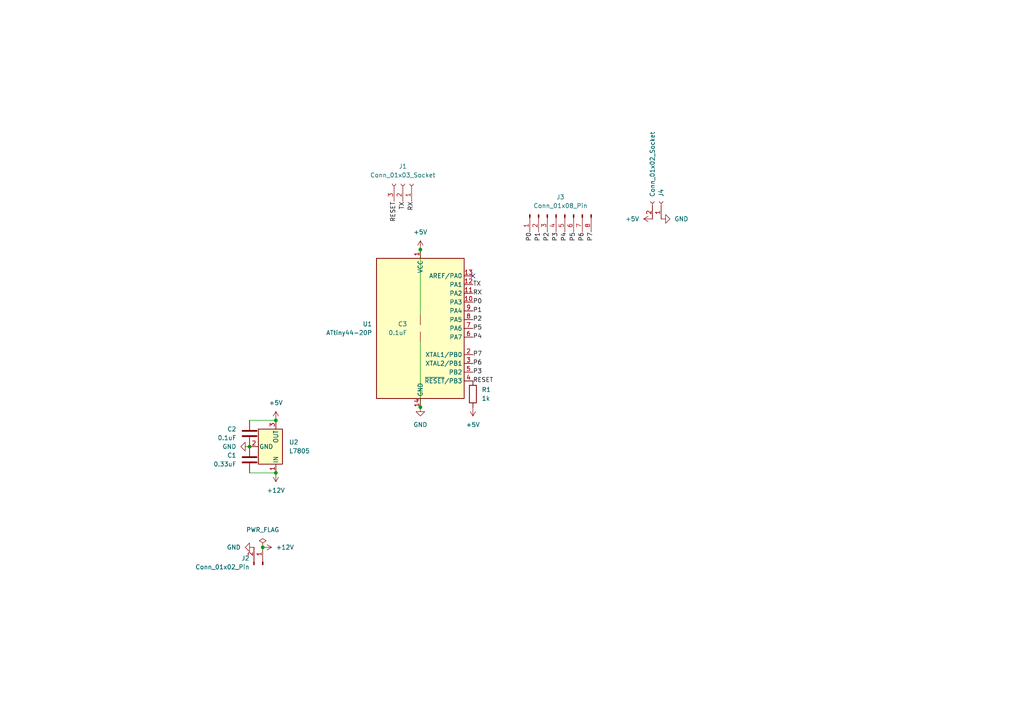
<source format=kicad_sch>
(kicad_sch (version 20250114) (generator "eeschema") (generator_version "9.0")
  (paper "A4")
  (lib_symbols
    (symbol "Connector:Conn_01x02_Pin" (pin_names (offset 1.016) (hide yes))
      (property "Reference" "J" (at 0 2.54 0))
      (property "Value" "Conn_01x02_Pin" (at 0 -5.08 0))
      (symbol "Conn_01x02_Pin_1_1"
        (rectangle (start 0.8636 0.127) (end 0 -0.127) (stroke (width 0.1524)) (fill (type outline)))
        (rectangle (start 0.8636 -2.413) (end 0 -2.667) (stroke (width 0.1524)) (fill (type outline)))
        (polyline (pts (xy 1.27 0) (xy 0.8636 0)) (stroke (width 0.1524)))
        (polyline (pts (xy 1.27 -2.54) (xy 0.8636 -2.54)) (stroke (width 0.1524)))
        (pin passive line (at 5.08 0 180) (length 3.81) (name "Pin_1") (number "1"))
        (pin passive line (at 5.08 -2.54 180) (length 3.81) (name "Pin_2") (number "2"))
      )
    )
    (symbol "Connector:Conn_01x02_Socket" (pin_names (offset 1.016) (hide yes))
      (property "Reference" "J" (at 0 2.54 0))
      (property "Value" "Conn_01x02_Socket" (at 0 -5.08 0))
      (symbol "Conn_01x02_Socket_1_1"
        (polyline (pts (xy -1.27 0) (xy -0.508 0)) (stroke (width 0.1524)))
        (polyline (pts (xy -1.27 -2.54) (xy -0.508 -2.54)) (stroke (width 0.1524)))
        (arc (start 0 -0.508) (mid -0.5058 0) (end 0 0.508) (stroke (width 0.1524)))
        (arc (start 0 -3.048) (mid -0.5058 -2.54) (end 0 -2.032) (stroke (width 0.1524)))
        (pin passive line (at -5.08 0 0) (length 3.81) (name "Pin_1") (number "1"))
        (pin passive line (at -5.08 -2.54 0) (length 3.81) (name "Pin_2") (number "2"))
      )
    )
    (symbol "Connector:Conn_01x03_Socket" (pin_names (offset 1.016) (hide yes))
      (property "Reference" "J" (at 0 5.08 0))
      (property "Value" "Conn_01x03_Socket" (at 0 -5.08 0))
      (symbol "Conn_01x03_Socket_1_1"
        (polyline (pts (xy -1.27 2.54) (xy -0.508 2.54)) (stroke (width 0.1524)))
        (polyline (pts (xy -1.27 0) (xy -0.508 0)) (stroke (width 0.1524)))
        (polyline (pts (xy -1.27 -2.54) (xy -0.508 -2.54)) (stroke (width 0.1524)))
        (arc (start 0 2.032) (mid -0.5058 2.54) (end 0 3.048) (stroke (width 0.1524)))
        (arc (start 0 -0.508) (mid -0.5058 0) (end 0 0.508) (stroke (width 0.1524)))
        (arc (start 0 -3.048) (mid -0.5058 -2.54) (end 0 -2.032) (stroke (width 0.1524)))
        (pin passive line (at -5.08 2.54 0) (length 3.81) (name "Pin_1") (number "1"))
        (pin passive line (at -5.08 0 0) (length 3.81) (name "Pin_2") (number "2"))
        (pin passive line (at -5.08 -2.54 0) (length 3.81) (name "Pin_3") (number "3"))
      )
    )
    (symbol "Connector:Conn_01x08_Pin" (pin_names (offset 1.016) (hide yes))
      (property "Reference" "J" (at 0 10.16 0))
      (property "Value" "Conn_01x08_Pin" (at 0 -12.7 0))
      (symbol "Conn_01x08_Pin_1_1"
        (rectangle (start 0.8636 7.747) (end 0 7.493) (stroke (width 0.1524)) (fill (type outline)))
        (rectangle (start 0.8636 5.207) (end 0 4.953) (stroke (width 0.1524)) (fill (type outline)))
        (rectangle (start 0.8636 2.667) (end 0 2.413) (stroke (width 0.1524)) (fill (type outline)))
        (rectangle (start 0.8636 0.127) (end 0 -0.127) (stroke (width 0.1524)) (fill (type outline)))
        (rectangle (start 0.8636 -2.413) (end 0 -2.667) (stroke (width 0.1524)) (fill (type outline)))
        (rectangle (start 0.8636 -4.953) (end 0 -5.207) (stroke (width 0.1524)) (fill (type outline)))
        (rectangle (start 0.8636 -7.493) (end 0 -7.747) (stroke (width 0.1524)) (fill (type outline)))
        (rectangle (start 0.8636 -10.033) (end 0 -10.287) (stroke (width 0.1524)) (fill (type outline)))
        (polyline (pts (xy 1.27 7.62) (xy 0.8636 7.62)) (stroke (width 0.1524)))
        (polyline (pts (xy 1.27 5.08) (xy 0.8636 5.08)) (stroke (width 0.1524)))
        (polyline (pts (xy 1.27 2.54) (xy 0.8636 2.54)) (stroke (width 0.1524)))
        (polyline (pts (xy 1.27 0) (xy 0.8636 0)) (stroke (width 0.1524)))
        (polyline (pts (xy 1.27 -2.54) (xy 0.8636 -2.54)) (stroke (width 0.1524)))
        (polyline (pts (xy 1.27 -5.08) (xy 0.8636 -5.08)) (stroke (width 0.1524)))
        (polyline (pts (xy 1.27 -7.62) (xy 0.8636 -7.62)) (stroke (width 0.1524)))
        (polyline (pts (xy 1.27 -10.16) (xy 0.8636 -10.16)) (stroke (width 0.1524)))
        (pin passive line (at 5.08 7.62 180) (length 3.81) (name "Pin_1") (number "1"))
        (pin passive line (at 5.08 5.08 180) (length 3.81) (name "Pin_2") (number "2"))
        (pin passive line (at 5.08 2.54 180) (length 3.81) (name "Pin_3") (number "3"))
        (pin passive line (at 5.08 0 180) (length 3.81) (name "Pin_4") (number "4"))
        (pin passive line (at 5.08 -2.54 180) (length 3.81) (name "Pin_5") (number "5"))
        (pin passive line (at 5.08 -5.08 180) (length 3.81) (name "Pin_6") (number "6"))
        (pin passive line (at 5.08 -7.62 180) (length 3.81) (name "Pin_7") (number "7"))
        (pin passive line (at 5.08 -10.16 180) (length 3.81) (name "Pin_8") (number "8"))
      )
    )
    (symbol "Device:C" (pin_numbers (hide yes)) (pin_names (offset 0.254))
      (property "Reference" "C" (at 0.635 2.54 0))
      (property "Value" "C" (at 0.635 -2.54 0))
      (symbol "C_0_1"
        (polyline (pts (xy -2.032 0.762) (xy 2.032 0.762)) (stroke (width 0.508)))
        (polyline (pts (xy -2.032 -0.762) (xy 2.032 -0.762)) (stroke (width 0.508)))
      )
      (symbol "C_1_1"
        (pin passive line (at 0 3.81 270) (length 2.794) (name "~") (number "1"))
        (pin passive line (at 0 -3.81 90) (length 2.794) (name "~") (number "2"))
      )
    )
    (symbol "Device:R" (pin_numbers (hide yes)) (pin_names (offset 0))
      (property "Reference" "R" (at 2.032 0 90))
      (property "Value" "R" (at 0 0 90))
      (symbol "R_0_1"
        (rectangle (start -1.016 -2.54) (end 1.016 2.54) (stroke (width 0.254)))
      )
      (symbol "R_1_1"
        (pin passive line (at 0 3.81 270) (length 1.27) (name "~") (number "1"))
        (pin passive line (at 0 -3.81 90) (length 1.27) (name "~") (number "2"))
      )
    )
    (symbol "MCU_Microchip_ATtiny:ATtiny44-20P"
      (property "Reference" "U" (at -12.7 21.59 0))
      (property "Value" "ATtiny44-20P" (at 2.54 -21.59 0))
      (symbol "ATtiny44-20P_0_1"
        (rectangle (start -12.7 -20.32) (end 12.7 20.32) (stroke (width 0.254)) (fill (type background)))
      )
      (symbol "ATtiny44-20P_1_1"
        (pin power_in line (at 0 22.86 270) (length 2.54) (name "VCC") (number "1"))
        (pin power_in line (at 0 -22.86 90) (length 2.54) (name "GND") (number "14"))
        (pin bidirectional line (at 15.24 15.24 180) (length 2.54) (name "AREF/PA0") (number "13"))
        (pin bidirectional line (at 15.24 12.7 180) (length 2.54) (name "PA1") (number "12"))
        (pin bidirectional line (at 15.24 10.16 180) (length 2.54) (name "PA2") (number "11"))
        (pin bidirectional line (at 15.24 7.62 180) (length 2.54) (name "PA3") (number "10"))
        (pin bidirectional line (at 15.24 5.08 180) (length 2.54) (name "PA4") (number "9"))
        (pin bidirectional line (at 15.24 2.54 180) (length 2.54) (name "PA5") (number "8"))
        (pin bidirectional line (at 15.24 0 180) (length 2.54) (name "PA6") (number "7"))
        (pin bidirectional line (at 15.24 -2.54 180) (length 2.54) (name "PA7") (number "6"))
        (pin bidirectional line (at 15.24 -7.62 180) (length 2.54) (name "XTAL1/PB0") (number "2"))
        (pin bidirectional line (at 15.24 -10.16 180) (length 2.54) (name "XTAL2/PB1") (number "3"))
        (pin bidirectional line (at 15.24 -12.7 180) (length 2.54) (name "PB2") (number "5"))
        (pin bidirectional line (at 15.24 -15.24 180) (length 2.54) (name "~{RESET}/PB3") (number "4"))
      )
    )
    (symbol "Regulator_Linear:L7805" (pin_names (offset 0.254))
      (property "Reference" "U" (at -3.81 3.175 0))
      (property "Value" "L7805" (at 0 3.175 0))
      (symbol "L7805_0_1"
        (rectangle (start -5.08 1.905) (end 5.08 -5.08) (stroke (width 0.254)) (fill (type background)))
      )
      (symbol "L7805_1_1"
        (pin power_in line (at -7.62 0 0) (length 2.54) (name "IN") (number "1"))
        (pin power_in line (at 0 -7.62 90) (length 2.54) (name "GND") (number "2"))
        (pin power_out line (at 7.62 0 180) (length 2.54) (name "OUT") (number "3"))
      )
    )
    (symbol "power:+12V" (power) (pin_numbers (hide yes)) (pin_names (offset 0) (hide yes))
      (property "Value" "+12V" (at 0 3.556 0))
      (symbol "+12V_0_1"
        (polyline (pts (xy -0.762 1.27) (xy 0 2.54)))
        (polyline (pts (xy 0 2.54) (xy 0.762 1.27)))
        (polyline (pts (xy 0 0) (xy 0 2.54)))
      )
      (symbol "+12V_1_1"
        (pin power_in line (at 0 0 90) (length 0) (name "~") (number "1"))
      )
    )
    (symbol "power:+5V" (power) (pin_numbers (hide yes)) (pin_names (offset 0) (hide yes))
      (property "Value" "+5V" (at 0 3.556 0))
      (symbol "+5V_0_1"
        (polyline (pts (xy -0.762 1.27) (xy 0 2.54)))
        (polyline (pts (xy 0 2.54) (xy 0.762 1.27)))
        (polyline (pts (xy 0 0) (xy 0 2.54)))
      )
      (symbol "+5V_1_1"
        (pin power_in line (at 0 0 90) (length 0) (name "~") (number "1"))
      )
    )
    (symbol "power:GND" (power) (pin_numbers (hide yes)) (pin_names (offset 0) (hide yes))
      (property "Value" "GND" (at 0 -3.81 0))
      (symbol "GND_0_1"
        (polyline (pts (xy 0 0) (xy 0 -1.27) (xy 1.27 -1.27) (xy 0 -2.54) (xy -1.27 -1.27) (xy 0 -1.27)))
      )
      (symbol "GND_1_1"
        (pin power_in line (at 0 0 270) (length 0) (name "~") (number "1"))
      )
    )
    (symbol "power:PWR_FLAG" (power) (pin_numbers (hide yes)) (pin_names (offset 0) (hide yes))
      (property "Value" "PWR_FLAG" (at 0 3.81 0))
      (symbol "PWR_FLAG_0_0"
        (pin power_out line (at 0 0 90) (length 0) (name "~") (number "1"))
      )
      (symbol "PWR_FLAG_0_1"
        (polyline (pts (xy 0 0) (xy 0 1.27) (xy -1.016 1.905) (xy 0 2.54) (xy 1.016 1.905) (xy 0 1.27)))
      )
    )
  )
  (junction (at 80.01 121.92))
  (junction (at 76.2 158.75))
  (junction (at 121.92 72.39))
  (junction (at 72.39 129.54))
  (junction (at 80.01 137.16))
  (junction (at 121.92 118.11))
  (no_connect (at 137.16 80.01))
  (wire (pts (xy 121.92 99.06) (xy 121.92 118.11)))
  (wire (pts (xy 121.92 72.39) (xy 121.92 91.44)))
  (wire (pts (xy 72.39 137.16) (xy 80.01 137.16)))
  (wire (pts (xy 72.39 121.92) (xy 80.01 121.92)))
  (label "P2" (at 158.75 67.31 270))
  (label "TX" (at 116.84 58.42 270))
  (label "RESET" (at 114.3 58.42 270))
  (label "P6" (at 168.91 67.31 270))
  (label "P0" (at 153.67 67.31 270))
  (label "RX" (at 137.16 85.09 0))
  (label "P4" (at 163.83 67.31 270))
  (label "P2" (at 137.16 92.71 0))
  (label "RESET" (at 137.16 110.49 0))
  (label "P7" (at 171.45 67.31 270))
  (label "P0" (at 137.16 87.63 0))
  (label "P3" (at 161.29 67.31 270))
  (label "P5" (at 137.16 95.25 0))
  (label "RX" (at 119.38 58.42 270))
  (label "P1" (at 137.16 90.17 0))
  (label "P6" (at 137.16 105.41 0))
  (label "TX" (at 137.16 82.55 0))
  (label "P7" (at 137.16 102.87 0))
  (label "P4" (at 137.16 97.79 0))
  (label "P5" (at 166.37 67.31 270))
  (label "P1" (at 156.21 67.31 270))
  (label "P3" (at 137.16 107.95 0))
  (symbol (lib_id "Device:C") (at 72.39 133.35 0) (mirror y) (unit 1)
    (property "Reference" "C1" (at 68.58 132.0799 0) (effects (justify left)))
    (property "Value" "0.33uF" (at 68.58 134.6199 0) (effects (justify left)))
    (property "Footprint" "Capacitor_SMD:C_0603_1608Metric_Pad1.08x0.95mm_HandSolder" (effects (hide yes)))
    (property "Description" "Unpolarized capacitor" (effects (hide yes)))
  )
  (symbol (lib_id "Connector:Conn_01x08_Pin") (at 161.29 62.23 90) (mirror x) (unit 1)
    (property "Reference" "J3" (at 162.56 57.15 90))
    (property "Value" "Conn_01x08_Pin" (at 162.56 59.69 90))
    (property "Footprint" "Connector_PinHeader_2.54mm:PinHeader_1x08_P2.54mm_Horizontal" (effects (hide yes)))
    (property "Description" "Generic connector, single row, 01x08, script generated" (effects (hide yes)))
  )
  (symbol (lib_id "power:GND") (at 121.92 118.11 0) (unit 1)
    (property "Reference" "#PWR07" (effects (hide yes)))
    (property "Value" "GND" (at 121.92 123.19 0))
    (property "Description" "Power symbol creates a global label with name \"GND\" , ground" (effects (hide yes)))
  )
  (symbol (lib_id "power:GND") (at 72.39 129.54 270) (unit 1)
    (property "Reference" "#PWR01" (effects (hide yes)))
    (property "Value" "GND" (at 68.58 129.5399 90) (effects (justify right)))
    (property "Description" "Power symbol creates a global label with name \"GND\" , ground" (effects (hide yes)))
  )
  (symbol (lib_id "Regulator_Linear:L7805") (at 80.01 129.54 270) (mirror x) (unit 1)
    (property "Reference" "U2" (at 83.82 128.2699 90) (effects (justify left)))
    (property "Value" "L7805" (at 83.82 130.8099 90) (effects (justify left)))
    (property "Footprint" "Package_TO_SOT_THT:TO-220-3_Horizontal_TabDown" (effects (hide yes)))
    (property "Datasheet" "http://www.st.com/content/ccc/resource/technical/document/datasheet/41/4f/b3/b0/12/d4/47/88/CD00000444.pdf/files/CD00000444.pdf/jcr:content/translations/en.CD00000444.pdf" (effects (hide yes)))
    (property "Description" "Positive 1.5A 35V Linear Regulator, Fixed Output 5V, TO-220/TO-263/TO-252" (effects (hide yes)))
  )
  (symbol (lib_id "Connector:Conn_01x03_Socket") (at 116.84 53.34 270) (mirror x) (unit 1)
    (property "Reference" "J1" (at 116.84 48.26 90))
    (property "Value" "Conn_01x03_Socket" (at 116.84 50.8 90))
    (property "Footprint" "Connector_PinSocket_2.54mm:PinSocket_1x03_P2.54mm_Horizontal" (effects (hide yes)))
    (property "Description" "Generic connector, single row, 01x03, script generated" (effects (hide yes)))
  )
  (symbol (lib_id "power:+5V") (at 80.01 121.92 0) (unit 1)
    (property "Reference" "#PWR02" (effects (hide yes)))
    (property "Value" "+5V" (at 80.01 116.84 0))
    (property "Description" "Power symbol creates a global label with name \"+5V\"" (effects (hide yes)))
  )
  (symbol (lib_id "power:+12V") (at 76.2 158.75 270) (unit 1)
    (property "Reference" "#PWR05" (effects (hide yes)))
    (property "Value" "+12V" (at 80.01 158.7499 90) (effects (justify left)))
    (property "Description" "Power symbol creates a global label with name \"+12V\"" (effects (hide yes)))
  )
  (symbol (lib_id "Device:R") (at 137.16 114.3 0) (unit 1)
    (property "Reference" "R1" (at 139.7 113.0299 0) (effects (justify left)))
    (property "Value" "1k" (at 139.7 115.5699 0) (effects (justify left)))
    (property "Footprint" "Resistor_SMD:R_0603_1608Metric_Pad0.98x0.95mm_HandSolder" (effects (hide yes)))
    (property "Description" "Resistor" (effects (hide yes)))
  )
  (symbol (lib_id "power:+12V") (at 80.01 137.16 180) (unit 1)
    (property "Reference" "#PWR03" (effects (hide yes)))
    (property "Value" "+12V" (at 80.01 142.24 0))
    (property "Description" "Power symbol creates a global label with name \"+12V\"" (effects (hide yes)))
  )
  (symbol (lib_id "Device:C") (at 72.39 125.73 0) (mirror y) (unit 1)
    (property "Reference" "C2" (at 68.58 124.4599 0) (effects (justify left)))
    (property "Value" "0.1uF" (at 68.58 126.9999 0) (effects (justify left)))
    (property "Footprint" "Capacitor_SMD:C_0603_1608Metric_Pad1.08x0.95mm_HandSolder" (effects (hide yes)))
    (property "Description" "Unpolarized capacitor" (effects (hide yes)))
  )
  (symbol (lib_id "MCU_Microchip_ATtiny:ATtiny44-20P") (at 121.92 95.25 0) (unit 1)
    (property "Reference" "U1" (at 107.95 93.9799 0) (effects (justify right)))
    (property "Value" "ATtiny44-20P" (at 107.95 96.5199 0) (effects (justify right)))
    (property "Footprint" "Package_DIP:DIP-14_W7.62mm_Socket" (effects (hide yes)))
    (property "Datasheet" "http://ww1.microchip.com/downloads/en/DeviceDoc/doc8006.pdf" (effects (hide yes)))
    (property "Description" "20MHz, 4kB Flash, 256B SRAM, 256B EEPROM, debugWIRE, DIP-14" (effects (hide yes)))
  )
  (symbol (lib_id "power:+5V") (at 137.16 118.11 180) (unit 1)
    (property "Reference" "#PWR08" (effects (hide yes)))
    (property "Value" "+5V" (at 137.16 123.19 0))
    (property "Description" "Power symbol creates a global label with name \"+5V\"" (effects (hide yes)))
  )
  (symbol (lib_id "power:GND") (at 191.77 63.5 90) (unit 1)
    (property "Reference" "#PWR010" (effects (hide yes)))
    (property "Value" "GND" (at 195.58 63.4999 90) (effects (justify right)))
    (property "Description" "Power symbol creates a global label with name \"GND\" , ground" (effects (hide yes)))
  )
  (symbol (lib_id "power:GND") (at 73.66 158.75 270) (unit 1)
    (property "Reference" "#PWR04" (effects (hide yes)))
    (property "Value" "GND" (at 69.85 158.7499 90) (effects (justify right)))
    (property "Description" "Power symbol creates a global label with name \"GND\" , ground" (effects (hide yes)))
  )
  (symbol (lib_id "power:+5V") (at 189.23 63.5 90) (unit 1)
    (property "Reference" "#PWR09" (effects (hide yes)))
    (property "Value" "+5V" (at 185.42 63.4999 90) (effects (justify left)))
    (property "Description" "Power symbol creates a global label with name \"+5V\"" (effects (hide yes)))
  )
  (symbol (lib_id "power:PWR_FLAG") (at 76.2 158.75 0) (unit 1)
    (property "Reference" "#FLG01" (effects (hide yes)))
    (property "Value" "PWR_FLAG" (at 76.2 153.67 0))
    (property "Description" "Special symbol for telling ERC where power comes from" (effects (hide yes)))
  )
  (symbol (lib_id "Device:C") (at 121.92 95.25 0) (mirror y) (unit 1)
    (property "Reference" "C3" (at 118.11 93.9799 0) (effects (justify left)))
    (property "Value" "0.1uF" (at 118.11 96.5199 0) (effects (justify left)))
    (property "Footprint" "Capacitor_SMD:C_0603_1608Metric_Pad1.08x0.95mm_HandSolder" (effects (hide yes)))
    (property "Description" "Unpolarized capacitor" (effects (hide yes)))
  )
  (symbol (lib_id "power:+5V") (at 121.92 72.39 0) (unit 1)
    (property "Reference" "#PWR06" (effects (hide yes)))
    (property "Value" "+5V" (at 121.92 67.31 0))
    (property "Description" "Power symbol creates a global label with name \"+5V\"" (effects (hide yes)))
  )
  (symbol (lib_id "Connector:Conn_01x02_Socket") (at 191.77 58.42 270) (mirror x) (unit 1)
    (property "Reference" "J4" (at 191.7701 57.15 0) (effects (justify left)))
    (property "Value" "Conn_01x02_Socket" (at 189.2301 57.15 0) (effects (justify left)))
    (property "Footprint" "Connector_PinSocket_2.54mm:PinSocket_1x02_P2.54mm_Horizontal" (effects (hide yes)))
    (property "Description" "Generic connector, single row, 01x02, script generated" (effects (hide yes)))
  )
  (symbol (lib_id "Connector:Conn_01x02_Pin") (at 76.2 163.83 270) (mirror x) (unit 1)
    (property "Reference" "J2" (at 72.39 161.9249 90) (effects (justify right)))
    (property "Value" "Conn_01x02_Pin" (at 72.39 164.4649 90) (effects (justify right)))
    (property "Footprint" "Connector_PinHeader_2.54mm:PinHeader_1x02_P2.54mm_Horizontal" (effects (hide yes)))
    (property "Description" "Generic connector, single row, 01x02, script generated" (effects (hide yes)))
  )
)
</source>
